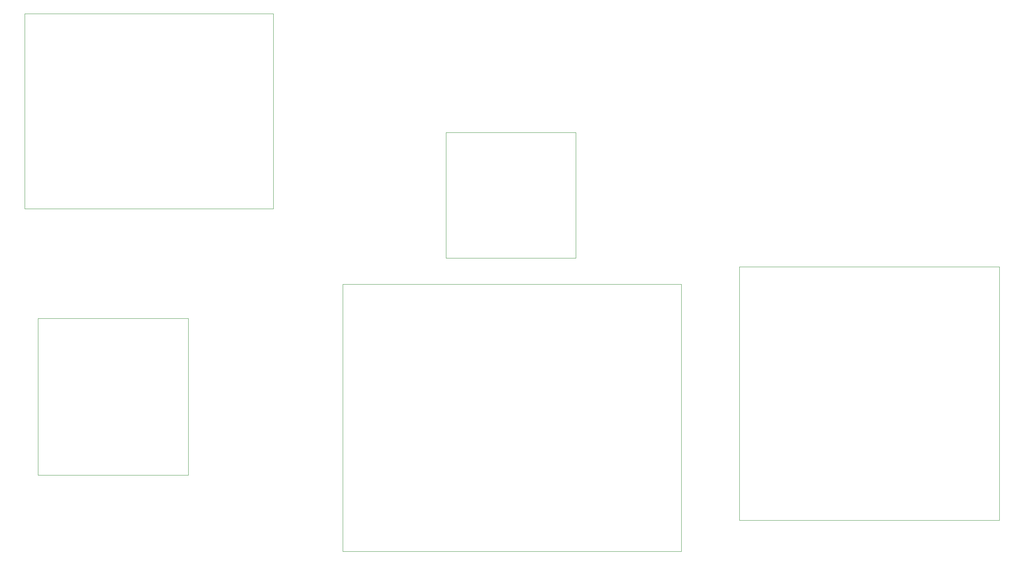
<source format=gbr>
%TF.GenerationSoftware,KiCad,Pcbnew,9.0.1*%
%TF.CreationDate,2025-04-24T14:02:35-07:00*%
%TF.ProjectId,Capstone_1,43617073-746f-46e6-955f-312e6b696361,rev?*%
%TF.SameCoordinates,Original*%
%TF.FileFunction,Paste,Bot*%
%TF.FilePolarity,Positive*%
%FSLAX46Y46*%
G04 Gerber Fmt 4.6, Leading zero omitted, Abs format (unit mm)*
G04 Created by KiCad (PCBNEW 9.0.1) date 2025-04-24 14:02:35*
%MOMM*%
%LPD*%
G01*
G04 APERTURE LIST*
%TA.AperFunction,Profile*%
%ADD10C,0.050000*%
%TD*%
G04 APERTURE END LIST*
D10*
X210000000Y-95500000D02*
X268000000Y-95500000D01*
X268000000Y-152000000D01*
X210000000Y-152000000D01*
X210000000Y-95500000D01*
X53500000Y-107000000D02*
X87000000Y-107000000D01*
X87000000Y-142000000D01*
X53500000Y-142000000D01*
X53500000Y-107000000D01*
X144500000Y-65500000D02*
X173500000Y-65500000D01*
X173500000Y-93500000D01*
X144500000Y-93500000D01*
X144500000Y-65500000D01*
X50500000Y-39000000D02*
X106000000Y-39000000D01*
X106000000Y-82500000D01*
X50500000Y-82500000D01*
X50500000Y-39000000D01*
X121500000Y-99380200D02*
X197000000Y-99380200D01*
X197000000Y-159000000D01*
X121500000Y-159000000D01*
X121500000Y-99380200D01*
M02*

</source>
